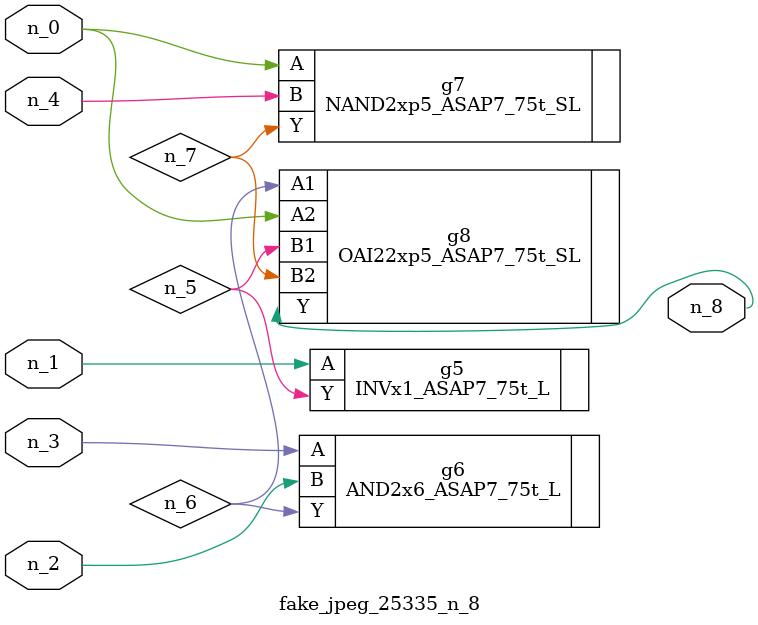
<source format=v>
module fake_jpeg_25335_n_8 (n_3, n_2, n_1, n_0, n_4, n_8);

input n_3;
input n_2;
input n_1;
input n_0;
input n_4;

output n_8;

wire n_6;
wire n_5;
wire n_7;

INVx1_ASAP7_75t_L g5 ( 
.A(n_1),
.Y(n_5)
);

AND2x6_ASAP7_75t_L g6 ( 
.A(n_3),
.B(n_2),
.Y(n_6)
);

NAND2xp5_ASAP7_75t_SL g7 ( 
.A(n_0),
.B(n_4),
.Y(n_7)
);

OAI22xp5_ASAP7_75t_SL g8 ( 
.A1(n_6),
.A2(n_0),
.B1(n_5),
.B2(n_7),
.Y(n_8)
);


endmodule
</source>
